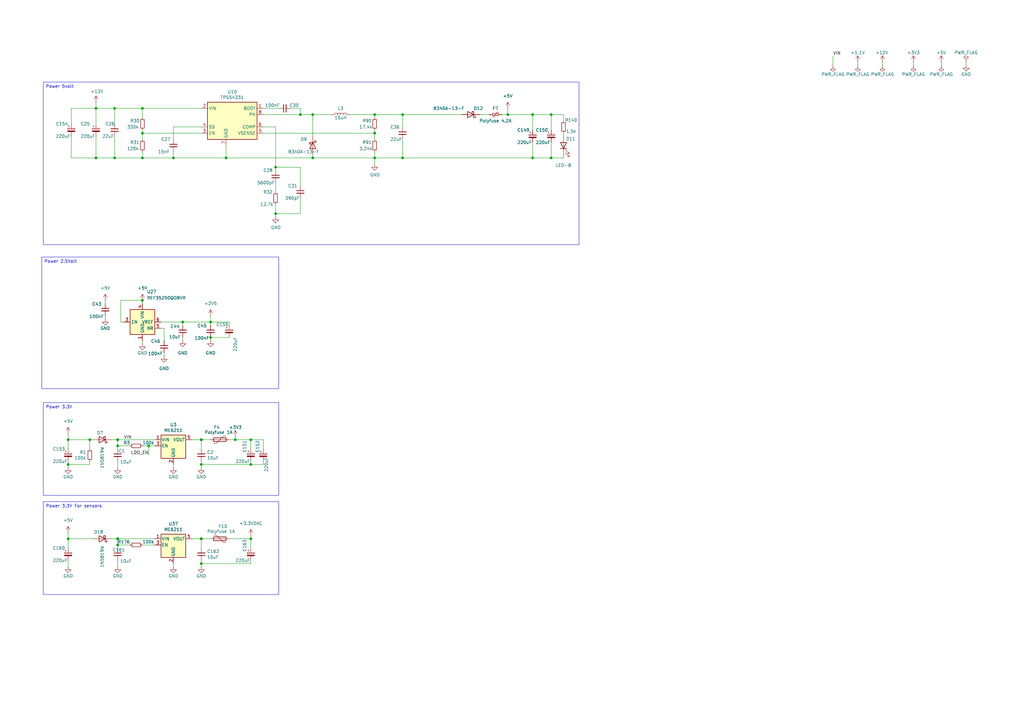
<source format=kicad_sch>
(kicad_sch (version 20250114) (generator "eeschema") (generator_version "9.0")
  (paper "A3")
  (title_block (title "westfly_ems") (date "2025-03-12") (rev "0.01") (company "Westfly"))
  (lib_symbols
    (symbol "Device:C_Polarized_Small" (pin_numbers (hide yes)) (pin_names (offset 0.254) (hide yes))
      (property "Reference" "C" (at 0.254 1.778 0))
      (property "Value" "C_Polarized_Small" (at 0.254 -2.032 0))
      (symbol "C_Polarized_Small_0_1"
        (rectangle (start -1.524 0.6858) (end 1.524 0.3048))
        (rectangle (start -1.524 -0.3048) (end 1.524 -0.6858) (fill (type outline)))
        (polyline (pts (xy -1.27 1.524) (xy -0.762 1.524)))
        (polyline (pts (xy -1.016 1.27) (xy -1.016 1.778)))
      )
      (symbol "C_Polarized_Small_1_1"
        (pin passive line (at 0 2.54 270) (length 1.8542) (name "~") (number "1"))
        (pin passive line (at 0 -2.54 90) (length 1.8542) (name "~") (number "2"))
      )
    )
    (symbol "Device:C_Small" (pin_numbers (hide yes)) (pin_names (offset 0.254) (hide yes))
      (property "Reference" "C" (at 0.254 1.778 0))
      (property "Value" "C_Small" (at 0.254 -2.032 0))
      (symbol "C_Small_0_1"
        (polyline (pts (xy -1.524 0.508) (xy 1.524 0.508)) (stroke (width 0.3048)))
        (polyline (pts (xy -1.524 -0.508) (xy 1.524 -0.508)) (stroke (width 0.3302)))
      )
      (symbol "C_Small_1_1"
        (pin passive line (at 0 2.54 270) (length 2.032) (name "~") (number "1"))
        (pin passive line (at 0 -2.54 90) (length 2.032) (name "~") (number "2"))
      )
    )
    (symbol "Device:D_Schottky" (pin_numbers (hide yes)) (pin_names (offset 1.016) (hide yes))
      (property "Reference" "D" (at 0 2.54 0))
      (property "Value" "D_Schottky" (at 0 -2.54 0))
      (symbol "D_Schottky_0_1"
        (polyline (pts (xy -1.905 0.635) (xy -1.905 1.27) (xy -1.27 1.27) (xy -1.27 -1.27) (xy -0.635 -1.27) (xy -0.635 -0.635)) (stroke (width 0.254)))
        (polyline (pts (xy 1.27 1.27) (xy 1.27 -1.27) (xy -1.27 0) (xy 1.27 1.27)) (stroke (width 0.254)))
        (polyline (pts (xy 1.27 0) (xy -1.27 0)))
      )
      (symbol "D_Schottky_1_1"
        (pin passive line (at -3.81 0 0) (length 2.54) (name "K") (number "1"))
        (pin passive line (at 3.81 0 180) (length 2.54) (name "A") (number "2"))
      )
    )
    (symbol "Device:L" (pin_numbers (hide yes)) (pin_names (offset 1.016) (hide yes))
      (property "Reference" "L" (at -1.27 0 90))
      (property "Value" "L" (at 1.905 0 90))
      (symbol "L_0_1"
        (arc (start 0 2.54) (mid 0.6323 1.905) (end 0 1.27))
        (arc (start 0 1.27) (mid 0.6323 0.635) (end 0 0))
        (arc (start 0 0) (mid 0.6323 -0.635) (end 0 -1.27))
        (arc (start 0 -1.27) (mid 0.6323 -1.905) (end 0 -2.54))
      )
      (symbol "L_1_1"
        (pin passive line (at 0 3.81 270) (length 1.27) (name "1") (number "1"))
        (pin passive line (at 0 -3.81 90) (length 1.27) (name "2") (number "2"))
      )
    )
    (symbol "Device:LED" (pin_numbers (hide yes)) (pin_names (offset 1.016) (hide yes))
      (property "Reference" "D" (at 0 2.54 0))
      (property "Value" "LED" (at 0 -2.54 0))
      (symbol "LED_0_1"
        (polyline (pts (xy -3.048 -0.762) (xy -4.572 -2.286) (xy -3.81 -2.286) (xy -4.572 -2.286) (xy -4.572 -1.524)))
        (polyline (pts (xy -1.778 -0.762) (xy -3.302 -2.286) (xy -2.54 -2.286) (xy -3.302 -2.286) (xy -3.302 -1.524)))
        (polyline (pts (xy -1.27 0) (xy 1.27 0)))
        (polyline (pts (xy -1.27 -1.27) (xy -1.27 1.27)) (stroke (width 0.254)))
        (polyline (pts (xy 1.27 -1.27) (xy 1.27 1.27) (xy -1.27 0) (xy 1.27 -1.27)) (stroke (width 0.254)))
      )
      (symbol "LED_1_1"
        (pin passive line (at -3.81 0 0) (length 2.54) (name "K") (number "1"))
        (pin passive line (at 3.81 0 180) (length 2.54) (name "A") (number "2"))
      )
    )
    (symbol "Device:Polyfuse" (pin_numbers (hide yes)) (pin_names (offset 0))
      (property "Reference" "F" (at -2.54 0 90))
      (property "Value" "Polyfuse" (at 2.54 0 90))
      (symbol "Polyfuse_0_1"
        (polyline (pts (xy -1.524 2.54) (xy -1.524 1.524) (xy 1.524 -1.524) (xy 1.524 -2.54)))
        (rectangle (start -0.762 2.54) (end 0.762 -2.54) (stroke (width 0.254)))
        (polyline (pts (xy 0 2.54) (xy 0 -2.54)))
      )
      (symbol "Polyfuse_1_1"
        (pin passive line (at 0 3.81 270) (length 1.27) (name "~") (number "1"))
        (pin passive line (at 0 -3.81 90) (length 1.27) (name "~") (number "2"))
      )
    )
    (symbol "Device:Polyfuse_Small" (pin_numbers (hide yes)) (pin_names (offset 0))
      (property "Reference" "F" (at -1.905 0 90))
      (property "Value" "Polyfuse_Small" (at 1.905 0 90))
      (symbol "Polyfuse_Small_0_1"
        (polyline (pts (xy -1.016 1.27) (xy -1.016 0.762) (xy 1.016 -0.762) (xy 1.016 -1.27)))
        (rectangle (start -0.508 1.27) (end 0.508 -1.27))
        (polyline (pts (xy 0 2.54) (xy 0 -2.54)))
      )
      (symbol "Polyfuse_Small_1_1"
        (pin passive line (at 0 2.54 270) (length 0.635) (name "~") (number "1"))
        (pin passive line (at 0 -2.54 90) (length 0.635) (name "~") (number "2"))
      )
    )
    (symbol "Device:R_Small" (pin_numbers (hide yes)) (pin_names (offset 0.254) (hide yes))
      (property "Reference" "R" (at 0.762 0.508 0))
      (property "Value" "R_Small" (at 0.762 -1.016 0))
      (symbol "R_Small_0_1"
        (rectangle (start -0.762 1.778) (end 0.762 -1.778) (stroke (width 0.2032)))
      )
      (symbol "R_Small_1_1"
        (pin passive line (at 0 2.54 270) (length 0.762) (name "~") (number "1"))
        (pin passive line (at 0 -2.54 90) (length 0.762) (name "~") (number "2"))
      )
    )
    (symbol "Greaseweazle:CP_Small-Device" (pin_numbers (hide yes)) (pin_names (offset 0.254) (hide yes))
      (property "Reference" "C" (at 0.254 1.778 0))
      (property "Value" "CP_Small-Device" (at 0.254 -2.032 0))
      (symbol "CP_Small-Device_0_1"
        (rectangle (start -1.524 0.6858) (end 1.524 0.3048))
        (rectangle (start -1.524 -0.3048) (end 1.524 -0.6858) (fill (type outline)))
        (polyline (pts (xy -1.27 1.524) (xy -0.762 1.524)))
        (polyline (pts (xy -1.016 1.27) (xy -1.016 1.778)))
      )
      (symbol "CP_Small-Device_1_1"
        (pin passive line (at 0 2.54 270) (length 1.8542) (name "~") (number "1"))
        (pin passive line (at 0 -2.54 90) (length 1.8542) (name "~") (number "2"))
      )
    )
    (symbol "Greaseweazle:TPS54331"
      (property "Reference" "U" (at -10.16 8.89 0))
      (property "Value" "TPS54331" (at -1.27 8.89 0))
      (symbol "TPS54331_0_1"
        (rectangle (start -10.16 7.62) (end 10.16 -7.62) (stroke (width 0.254)) (fill (type background)))
      )
      (symbol "TPS54331_1_1"
        (pin power_in line (at -12.7 5.08 0) (length 2.54) (name "VIN") (number "2"))
        (pin input line (at -12.7 -2.54 0) (length 2.54) (name "SS") (number "4"))
        (pin input line (at -12.7 -5.08 0) (length 2.54) (name "EN") (number "3"))
        (pin power_in line (at -2.54 -10.16 90) (length 2.54) (name "GND") (number "7"))
        (pin input line (at 12.7 5.08 180) (length 2.54) (name "BOOT") (number "1"))
        (pin output line (at 12.7 2.54 180) (length 2.54) (name "PH") (number "8"))
        (pin bidirectional line (at 12.7 -2.54 180) (length 2.54) (name "COMP") (number "6"))
        (pin input line (at 12.7 -5.08 180) (length 2.54) (name "VSENSE") (number "5"))
      )
    )
    (symbol "Reference_Voltage:REF35250QDBVR"
      (property "Reference" "U" (at 3.81 6.35 0))
      (property "Value" "REF35250QDBVR" (at 8.636 -6.35 0))
      (symbol "REF35250QDBVR_1_1"
        (rectangle (start -5.08 5.08) (end 5.08 -5.08) (stroke (width 0.254)) (fill (type background)))
        (pin input line (at -7.62 0 0) (length 2.54) (name "EN") (number "3"))
        (pin power_in line (at 0 7.62 270) (length 2.54) (name "VIN") (number "4"))
        (pin power_in line (at 0 -7.62 90) (length 2.54) (name "GND") (number "1"))
        (pin passive line (at 0 -7.62 90) (length 2.54) (hide yes) (name "GND") (number "2"))
        (pin power_out line (at 7.62 0 180) (length 2.54) (name "VREF") (number "6"))
        (pin output line (at 7.62 -2.54 180) (length 2.54) (name "NR") (number "5"))
      )
    )
    (symbol "Regulator_Linear:AP2112K-3.3" (pin_names (offset 0.254))
      (property "Reference" "U" (at -5.08 5.715 0))
      (property "Value" "AP2112K-3.3" (at 0 5.715 0))
      (symbol "AP2112K-3.3_0_1"
        (rectangle (start -5.08 4.445) (end 5.08 -5.08) (stroke (width 0.254)) (fill (type background)))
      )
      (symbol "AP2112K-3.3_1_1"
        (pin power_in line (at -7.62 2.54 0) (length 2.54) (name "VIN") (number "1"))
        (pin input line (at -7.62 0 0) (length 2.54) (name "EN") (number "3"))
        (pin power_in line (at 0 -7.62 90) (length 2.54) (name "GND") (number "2"))
        (pin no_connect line (at 5.08 0 180) (length 2.54) (hide yes) (name "NC") (number "4"))
        (pin power_out line (at 7.62 2.54 180) (length 2.54) (name "VOUT") (number "5"))
      )
    )
    (symbol "power:+12V" (power) (pin_numbers (hide yes)) (pin_names (offset 0) (hide yes))
      (property "Value" "+12V" (at 0 3.556 0))
      (symbol "+12V_0_1"
        (polyline (pts (xy -0.762 1.27) (xy 0 2.54)))
        (polyline (pts (xy 0 2.54) (xy 0.762 1.27)))
        (polyline (pts (xy 0 0) (xy 0 2.54)))
      )
      (symbol "+12V_1_1"
        (pin power_in line (at 0 0 90) (length 0) (name "~") (number "1"))
      )
    )
    (symbol "power:+1V1" (power) (pin_numbers (hide yes)) (pin_names (offset 0) (hide yes))
      (property "Value" "+1V1" (at 0 3.556 0))
      (symbol "+1V1_0_1"
        (polyline (pts (xy -0.762 1.27) (xy 0 2.54)))
        (polyline (pts (xy 0 2.54) (xy 0.762 1.27)))
        (polyline (pts (xy 0 0) (xy 0 2.54)))
      )
      (symbol "+1V1_1_1"
        (pin power_in line (at 0 0 90) (length 0) (name "~") (number "1"))
      )
    )
    (symbol "power:+2V5" (power) (pin_numbers (hide yes)) (pin_names (offset 0) (hide yes))
      (property "Value" "+2V5" (at 0 3.556 0))
      (symbol "+2V5_0_1"
        (polyline (pts (xy -0.762 1.27) (xy 0 2.54)))
        (polyline (pts (xy 0 2.54) (xy 0.762 1.27)))
        (polyline (pts (xy 0 0) (xy 0 2.54)))
      )
      (symbol "+2V5_1_1"
        (pin power_in line (at 0 0 90) (length 0) (name "~") (number "1"))
      )
    )
    (symbol "power:+3.3V" (power) (pin_numbers (hide yes)) (pin_names (offset 0) (hide yes))
      (property "Value" "+3.3V" (at 0 3.556 0))
      (symbol "+3.3V_0_1"
        (polyline (pts (xy -0.762 1.27) (xy 0 2.54)))
        (polyline (pts (xy 0 2.54) (xy 0.762 1.27)))
        (polyline (pts (xy 0 0) (xy 0 2.54)))
      )
      (symbol "+3.3V_1_1"
        (pin power_in line (at 0 0 90) (length 0) (name "~") (number "1"))
      )
    )
    (symbol "power:+3.3VDAC" (power) (pin_numbers (hide yes)) (pin_names (offset 0) (hide yes))
      (property "Value" "+3.3VDAC" (at 0 3.556 0))
      (symbol "+3.3VDAC_0_0"
        (pin power_in line (at 0 0 90) (length 0) (name "~") (number "1"))
      )
      (symbol "+3.3VDAC_0_1"
        (polyline (pts (xy -0.762 1.27) (xy 0 2.54)))
        (polyline (pts (xy 0 2.54) (xy 0.762 1.27)))
        (polyline (pts (xy 0 0) (xy 0 2.54)))
      )
    )
    (symbol "power:+3V3" (power) (pin_numbers (hide yes)) (pin_names (offset 0) (hide yes))
      (property "Value" "+3V3" (at 0 3.556 0))
      (symbol "+3V3_0_1"
        (polyline (pts (xy -0.762 1.27) (xy 0 2.54)))
        (polyline (pts (xy 0 2.54) (xy 0.762 1.27)))
        (polyline (pts (xy 0 0) (xy 0 2.54)))
      )
      (symbol "+3V3_1_1"
        (pin power_in line (at 0 0 90) (length 0) (name "~") (number "1"))
      )
    )
    (symbol "power:+5V" (power) (pin_numbers (hide yes)) (pin_names (offset 0) (hide yes))
      (property "Value" "+5V" (at 0 3.556 0))
      (symbol "+5V_0_1"
        (polyline (pts (xy -0.762 1.27) (xy 0 2.54)))
        (polyline (pts (xy 0 2.54) (xy 0.762 1.27)))
        (polyline (pts (xy 0 0) (xy 0 2.54)))
      )
      (symbol "+5V_1_1"
        (pin power_in line (at 0 0 90) (length 0) (name "~") (number "1"))
      )
    )
    (symbol "power:GND" (power) (pin_numbers (hide yes)) (pin_names (offset 0) (hide yes))
      (property "Value" "GND" (at 0 -3.81 0))
      (symbol "GND_0_1"
        (polyline (pts (xy 0 0) (xy 0 -1.27) (xy 1.27 -1.27) (xy 0 -2.54) (xy -1.27 -1.27) (xy 0 -1.27)))
      )
      (symbol "GND_1_1"
        (pin power_in line (at 0 0 270) (length 0) (name "~") (number "1"))
      )
    )
    (symbol "power:PWR_FLAG" (power) (pin_numbers (hide yes)) (pin_names (offset 0) (hide yes))
      (property "Value" "PWR_FLAG" (at 0 3.81 0))
      (symbol "PWR_FLAG_0_0"
        (pin power_out line (at 0 0 90) (length 0) (name "~") (number "1"))
      )
      (symbol "PWR_FLAG_0_1"
        (polyline (pts (xy 0 0) (xy 0 1.27) (xy -1.016 1.905) (xy 0 2.54) (xy 1.016 1.905) (xy 0 1.27)))
      )
    )
  )
  (text_box "Power 3.3V For sensors\n" (at 17.78 205.74 0) (size 96.52 38.1) (margins 0.9525 0.9525 0.9525 0.9525) (effects (font (size 1.27 1.27)) (justify left top)))
  (text_box "Power 3.3V\n" (at 17.78 165.1 0) (size 96.52 38.1) (margins 0.9525 0.9525 0.9525 0.9525) (effects (font (size 1.27 1.27)) (justify left top)))
  (text_box "Power 2.5Volt" (at 17.145 105.41 0) (size 97.155 53.975) (margins 0.9525 0.9525 0.9525 0.9525) (effects (font (size 1.27 1.27)) (justify left top)))
  (text_box "Power 5volt" (at 17.78 33.655 0) (size 219.71 66.675) (margins 0.9525 0.9525 0.9525 0.9525) (effects (font (size 1.27 1.27)) (justify left top)))
  (junction (at 46.99 44.45))
  (junction (at 39.37 64.77))
  (junction (at 58.42 64.77))
  (junction (at 123.19 46.99))
  (junction (at 153.67 54.61))
  (junction (at 92.71 64.77))
  (junction (at 48.26 182.88))
  (junction (at 208.28 46.99))
  (junction (at 48.26 220.98) (diameter 1.016))
  (junction (at 27.94 190.5))
  (junction (at 165.1 64.77))
  (junction (at 102.87 180.34))
  (junction (at 96.52 180.34))
  (junction (at 218.44 64.77))
  (junction (at 218.44 46.99))
  (junction (at 58.42 54.61))
  (junction (at 27.94 180.34))
  (junction (at 48.26 180.34) (diameter 1.016))
  (junction (at 113.03 87.63))
  (junction (at 46.99 64.77))
  (junction (at 58.42 123.19))
  (junction (at 153.67 64.77))
  (junction (at 82.55 190.5))
  (junction (at 153.67 46.99))
  (junction (at 86.36 138.43))
  (junction (at 82.55 231.14))
  (junction (at 60.96 182.88))
  (junction (at 128.27 64.77))
  (junction (at 165.1 46.99))
  (junction (at 113.03 68.58))
  (junction (at 74.93 132.08))
  (junction (at 226.06 46.99))
  (junction (at 128.27 46.99))
  (junction (at 82.55 220.98) (diameter 1.016))
  (junction (at 82.55 180.34) (diameter 1.016))
  (junction (at 39.37 44.45))
  (junction (at 48.26 223.52))
  (junction (at 71.12 64.77))
  (junction (at 102.87 190.5))
  (junction (at 86.36 132.08))
  (junction (at 27.94 220.98))
  (junction (at 36.83 180.34))
  (junction (at 226.06 64.77))
  (junction (at 58.42 44.45))
  (junction (at 102.87 220.98))
  (wire (pts (xy 58.42 44.45) (xy 82.55 44.45)))
  (wire (pts (xy 113.03 68.58) (xy 113.03 69.85)))
  (wire (pts (xy 153.67 46.99) (xy 165.1 46.99)))
  (wire (pts (xy 128.27 46.99) (xy 135.89 46.99)))
  (wire (pts (xy 46.99 64.77) (xy 46.99 55.88)))
  (wire (pts (xy 96.52 179.07) (xy 96.52 180.34)))
  (wire (pts (xy 107.95 54.61) (xy 153.67 54.61)))
  (wire (pts (xy 48.26 224.79) (xy 48.26 223.52)))
  (wire (pts (xy 113.03 68.58) (xy 123.19 68.58)))
  (wire (pts (xy 39.37 44.45) (xy 39.37 50.8)))
  (wire (pts (xy 39.37 44.45) (xy 46.99 44.45)))
  (wire (pts (xy 58.42 54.61) (xy 58.42 57.15)))
  (wire (pts (xy 93.98 220.98) (xy 102.87 220.98)))
  (wire (pts (xy 27.94 220.98) (xy 27.94 224.79)))
  (wire (pts (xy 93.98 180.34) (xy 96.52 180.34)))
  (wire (pts (xy 113.03 87.63) (xy 123.19 87.63)))
  (wire (pts (xy 386.08 25.4) (xy 386.08 26.67)))
  (wire (pts (xy 119.38 44.45) (xy 123.19 44.45)))
  (wire (pts (xy 128.27 46.99) (xy 128.27 55.88)))
  (wire (pts (xy 49.53 132.08) (xy 49.53 123.19)))
  (wire (pts (xy 96.52 180.34) (xy 102.87 180.34)))
  (wire (pts (xy 74.93 132.08) (xy 86.36 132.08)))
  (wire (pts (xy 82.55 231.14) (xy 82.55 232.41)))
  (wire (pts (xy 341.63 22.86) (xy 341.63 26.67)))
  (wire (pts (xy 58.42 64.77) (xy 46.99 64.77)))
  (wire (pts (xy 58.42 139.7) (xy 58.42 140.97)))
  (wire (pts (xy 396.24 25.4) (xy 396.24 26.67)))
  (wire (pts (xy 113.03 52.07) (xy 113.03 68.58)))
  (wire (pts (xy 60.96 182.88) (xy 60.96 186.69)))
  (wire (pts (xy 86.36 138.43) (xy 86.36 139.7)))
  (wire (pts (xy 92.71 64.77) (xy 71.12 64.77)))
  (wire (pts (xy 48.26 220.98) (xy 63.5 220.98)))
  (wire (pts (xy 27.94 220.98) (xy 38.1 220.98)))
  (wire (pts (xy 48.26 189.23) (xy 48.26 191.77)))
  (wire (pts (xy 107.95 180.34) (xy 107.95 184.15)))
  (wire (pts (xy 218.44 64.77) (xy 226.06 64.77)))
  (wire (pts (xy 36.83 189.23) (xy 36.83 190.5)))
  (wire (pts (xy 39.37 64.77) (xy 46.99 64.77)))
  (wire (pts (xy 102.87 180.34) (xy 107.95 180.34)))
  (wire (pts (xy 143.51 46.99) (xy 153.67 46.99)))
  (wire (pts (xy 82.55 190.5) (xy 102.87 190.5)))
  (wire (pts (xy 27.94 218.44) (xy 27.94 220.98)))
  (wire (pts (xy 102.87 220.98) (xy 102.87 224.79)))
  (wire (pts (xy 58.42 64.77) (xy 58.42 62.23)))
  (wire (pts (xy 107.95 46.99) (xy 123.19 46.99)))
  (wire (pts (xy 58.42 123.19) (xy 58.42 124.46)))
  (wire (pts (xy 66.04 134.62) (xy 67.31 134.62)))
  (wire (pts (xy 36.83 180.34) (xy 38.1 180.34)))
  (wire (pts (xy 86.36 132.08) (xy 93.98 132.08)))
  (wire (pts (xy 27.94 180.34) (xy 27.94 184.15)))
  (wire (pts (xy 153.67 64.77) (xy 153.67 67.31)))
  (wire (pts (xy 29.21 44.45) (xy 29.21 50.8)))
  (wire (pts (xy 67.31 134.62) (xy 67.31 139.7)))
  (wire (pts (xy 86.36 132.08) (xy 86.36 133.35)))
  (wire (pts (xy 123.19 46.99) (xy 128.27 46.99)))
  (wire (pts (xy 36.83 180.34) (xy 36.83 184.15)))
  (wire (pts (xy 102.87 180.34) (xy 102.87 184.15)))
  (wire (pts (xy 218.44 58.42) (xy 218.44 64.77)))
  (wire (pts (xy 208.28 46.99) (xy 218.44 46.99)))
  (wire (pts (xy 113.03 74.93) (xy 113.03 78.74)))
  (wire (pts (xy 29.21 64.77) (xy 39.37 64.77)))
  (wire (pts (xy 102.87 219.71) (xy 102.87 220.98)))
  (wire (pts (xy 226.06 46.99) (xy 226.06 53.34)))
  (wire (pts (xy 218.44 46.99) (xy 218.44 53.34)))
  (wire (pts (xy 102.87 189.23) (xy 102.87 190.5)))
  (wire (pts (xy 82.55 180.34) (xy 86.36 180.34)))
  (wire (pts (xy 74.93 138.43) (xy 74.93 139.7)))
  (wire (pts (xy 71.12 231.14) (xy 71.12 232.41)))
  (wire (pts (xy 102.87 190.5) (xy 107.95 190.5)))
  (wire (pts (xy 374.65 25.4) (xy 374.65 26.67)))
  (wire (pts (xy 60.96 182.88) (xy 63.5 182.88)))
  (wire (pts (xy 165.1 46.99) (xy 189.23 46.99)))
  (wire (pts (xy 50.8 132.08) (xy 49.53 132.08)))
  (wire (pts (xy 58.42 223.52) (xy 63.5 223.52)))
  (wire (pts (xy 78.74 180.34) (xy 82.55 180.34)))
  (wire (pts (xy 48.26 184.15) (xy 48.26 182.88)))
  (wire (pts (xy 218.44 46.99) (xy 226.06 46.99)))
  (wire (pts (xy 86.36 138.43) (xy 93.98 138.43)))
  (wire (pts (xy 27.94 180.34) (xy 36.83 180.34)))
  (wire (pts (xy 123.19 87.63) (xy 123.19 81.28)))
  (wire (pts (xy 226.06 64.77) (xy 226.06 58.42)))
  (wire (pts (xy 153.67 64.77) (xy 165.1 64.77)))
  (wire (pts (xy 205.74 46.99) (xy 208.28 46.99)))
  (wire (pts (xy 226.06 46.99) (xy 231.14 46.99)))
  (wire (pts (xy 128.27 63.5) (xy 128.27 64.77)))
  (wire (pts (xy 82.55 190.5) (xy 82.55 191.77)))
  (wire (pts (xy 71.12 64.77) (xy 58.42 64.77)))
  (wire (pts (xy 82.55 229.87) (xy 82.55 231.14)))
  (wire (pts (xy 102.87 229.87) (xy 102.87 231.14)))
  (wire (pts (xy 27.94 189.23) (xy 27.94 190.5)))
  (wire (pts (xy 231.14 64.77) (xy 231.14 63.5)))
  (wire (pts (xy 39.37 41.91) (xy 39.37 44.45)))
  (wire (pts (xy 71.12 62.23) (xy 71.12 64.77)))
  (wire (pts (xy 27.94 190.5) (xy 36.83 190.5)))
  (wire (pts (xy 58.42 54.61) (xy 82.55 54.61)))
  (wire (pts (xy 226.06 64.77) (xy 231.14 64.77)))
  (wire (pts (xy 27.94 177.8) (xy 27.94 180.34)))
  (wire (pts (xy 128.27 64.77) (xy 153.67 64.77)))
  (wire (pts (xy 48.26 180.34) (xy 63.5 180.34)))
  (wire (pts (xy 46.99 50.8) (xy 46.99 44.45)))
  (wire (pts (xy 48.26 223.52) (xy 53.34 223.52)))
  (wire (pts (xy 43.18 123.19) (xy 43.18 124.46)))
  (wire (pts (xy 165.1 46.99) (xy 165.1 52.07)))
  (wire (pts (xy 29.21 55.88) (xy 29.21 64.77)))
  (wire (pts (xy 71.12 52.07) (xy 82.55 52.07)))
  (wire (pts (xy 153.67 46.99) (xy 153.67 48.26)))
  (wire (pts (xy 58.42 182.88) (xy 60.96 182.88)))
  (wire (pts (xy 78.74 220.98) (xy 82.55 220.98)))
  (wire (pts (xy 48.26 180.34) (xy 48.26 182.88)))
  (wire (pts (xy 92.71 59.69) (xy 92.71 64.77)))
  (wire (pts (xy 58.42 54.61) (xy 58.42 53.34)))
  (wire (pts (xy 82.55 180.34) (xy 82.55 184.15)))
  (wire (pts (xy 29.21 44.45) (xy 39.37 44.45)))
  (wire (pts (xy 107.95 52.07) (xy 113.03 52.07)))
  (wire (pts (xy 92.71 64.77) (xy 128.27 64.77)))
  (wire (pts (xy 66.04 132.08) (xy 74.93 132.08)))
  (wire (pts (xy 48.26 229.87) (xy 48.26 232.41)))
  (wire (pts (xy 196.85 46.99) (xy 200.66 46.99)))
  (wire (pts (xy 93.98 132.08) (xy 93.98 133.35)))
  (wire (pts (xy 48.26 220.98) (xy 48.26 223.52)))
  (wire (pts (xy 74.93 132.08) (xy 74.93 133.35)))
  (wire (pts (xy 351.79 25.4) (xy 351.79 26.67)))
  (wire (pts (xy 49.53 123.19) (xy 58.42 123.19)))
  (wire (pts (xy 123.19 68.58) (xy 123.19 76.2)))
  (wire (pts (xy 82.55 220.98) (xy 86.36 220.98)))
  (wire (pts (xy 153.67 54.61) (xy 153.67 53.34)))
  (wire (pts (xy 48.26 220.98) (xy 45.72 220.98)))
  (wire (pts (xy 82.55 231.14) (xy 102.87 231.14)))
  (wire (pts (xy 113.03 87.63) (xy 113.03 88.9)))
  (wire (pts (xy 82.55 189.23) (xy 82.55 190.5)))
  (wire (pts (xy 107.95 44.45) (xy 114.3 44.45)))
  (wire (pts (xy 71.12 57.15) (xy 71.12 52.07)))
  (wire (pts (xy 165.1 64.77) (xy 165.1 57.15)))
  (wire (pts (xy 153.67 54.61) (xy 153.67 57.15)))
  (wire (pts (xy 43.18 129.54) (xy 43.18 130.81)))
  (wire (pts (xy 231.14 54.61) (xy 231.14 55.88)))
  (wire (pts (xy 39.37 55.88) (xy 39.37 64.77)))
  (wire (pts (xy 113.03 83.82) (xy 113.03 87.63)))
  (wire (pts (xy 107.95 190.5) (xy 107.95 189.23)))
  (wire (pts (xy 86.36 129.54) (xy 86.36 132.08)))
  (wire (pts (xy 231.14 46.99) (xy 231.14 49.53)))
  (wire (pts (xy 361.95 25.4) (xy 361.95 26.67)))
  (wire (pts (xy 48.26 182.88) (xy 53.34 182.88)))
  (wire (pts (xy 46.99 44.45) (xy 58.42 44.45)))
  (wire (pts (xy 153.67 64.77) (xy 153.67 62.23)))
  (wire (pts (xy 165.1 64.77) (xy 218.44 64.77)))
  (wire (pts (xy 123.19 44.45) (xy 123.19 46.99)))
  (wire (pts (xy 27.94 190.5) (xy 27.94 191.77)))
  (wire (pts (xy 48.26 180.34) (xy 45.72 180.34)))
  (wire (pts (xy 71.12 190.5) (xy 71.12 191.77)))
  (wire (pts (xy 82.55 220.98) (xy 82.55 224.79)))
  (wire (pts (xy 27.94 229.87) (xy 27.94 232.41)))
  (wire (pts (xy 208.28 46.99) (xy 208.28 44.45)))
  (wire (pts (xy 67.31 144.78) (xy 67.31 146.05)))
  (wire (pts (xy 58.42 44.45) (xy 58.42 48.26)))
  (label "LDO_EN" (at 60.96 186.69 180))
  (label "VIN" (at 341.63 22.86 0))
  (label "VIN" (at 50.8 180.34 0))
  (symbol (lib_id "Greaseweazle:CP_Small-Device") (at 226.06 55.88 0) (unit 1)
    (property "Reference" "C150" (at 219.71 53.34 0) (effects (justify left)))
    (property "Value" "220uF" (at 219.71 58.42 0) (effects (justify left)))
    (property "Footprint" "Capacitor_SMD:CP_Elec_8x10.5" (effects (hide yes)))
    (property "Description" "Polarized capacitor, small symbol" (effects (hide yes)))
    (property "LCSC" " C3340" (effects (hide yes)))
  )
  (symbol (lib_id "Device:C_Small") (at 82.55 186.69 180) (unit 1)
    (property "Reference" "C2" (at 84.8868 185.5216 0) (effects (justify right)))
    (property "Value" "10uF" (at 84.8868 187.833 0) (effects (justify right)))
    (property "Footprint" "Capacitor_SMD:C_0603_1608Metric" (effects (hide yes)))
    (property "Description" "Unpolarized capacitor, small symbol" (effects (hide yes)))
    (property "LCSC" "C96446" (effects (hide yes)))
  )
  (symbol (lib_id "Device:C_Small") (at 86.36 135.89 0) (unit 1)
    (property "Reference" "C45" (at 84.836 133.604 0) (effects (justify right)))
    (property "Value" "100nF" (at 79.756 138.684 0) (effects (justify left)))
    (property "Footprint" "Capacitor_SMD:C_0402_1005Metric" (effects (hide yes)))
    (property "Description" "Unpolarized capacitor, small symbol" (effects (hide yes)))
    (property "LCSC" "C307331" (effects (hide yes)))
  )
  (symbol (lib_id "Greaseweazle:CP_Small-Device") (at 39.37 53.34 0) (unit 1)
    (property "Reference" "C25" (at 33.02 50.8 0) (effects (justify left)))
    (property "Value" "220uF" (at 33.02 55.88 0) (effects (justify left)))
    (property "Footprint" "Capacitor_SMD:CP_Elec_8x10.5" (effects (hide yes)))
    (property "Description" "Polarized capacitor, small symbol" (effects (hide yes)))
    (property "LCSC" " C3340" (effects (hide yes)))
  )
  (symbol (lib_id "Reference_Voltage:REF35250QDBVR") (at 58.42 132.08 0) (unit 1)
    (property "Reference" "U27" (at 60.198 119.634 0) (effects (justify left)))
    (property "Value" "REF35250QDBVR" (at 60.198 122.174 0) (effects (justify left)))
    (property "Footprint" "Package_TO_SOT_SMD:SOT-23-6" (effects (hide yes)))
    (property "Datasheet" "https://www.ti.com/lit/ds/symlink/ref35.pdf" (effects (hide yes)))
    (property "Description" "2.5V, Ultra Low-Power, High-Precision Voltage Reference, SOT-23-6" (effects (hide yes)))
    (property "LCSC" "C6265005" (effects (hide yes)))
  )
  (symbol (lib_id "power:+5V") (at 208.28 44.45 0) (unit 1)
    (property "Reference" "#PWR068" (effects (hide yes)))
    (property "Value" "+5V" (at 208.28 39.37 0))
    (property "Description" "Power symbol creates a global label with name \"+5V\"" (effects (hide yes)))
  )
  (symbol (lib_id "power:+5V") (at 27.94 177.8 0) (unit 1)
    (property "Reference" "#PWR0338" (effects (hide yes)))
    (property "Value" "+5V" (at 27.94 172.72 0))
    (property "Description" "Power symbol creates a global label with name \"+5V\"" (effects (hide yes)))
  )
  (symbol (lib_id "power:GND") (at 153.67 67.31 0) (unit 1)
    (property "Reference" "#PWR070" (effects (hide yes)))
    (property "Value" "GND" (at 153.797 71.7042 0))
    (property "Description" "Power symbol creates a global label with name \"GND\" , ground" (effects (hide yes)))
  )
  (symbol (lib_id "Greaseweazle:CP_Small-Device") (at 27.94 227.33 0) (unit 1)
    (property "Reference" "C160" (at 21.59 224.79 0) (effects (justify left)))
    (property "Value" "220uF" (at 21.59 229.87 0) (effects (justify left)))
    (property "Footprint" "Capacitor_SMD:CP_Elec_8x10.5" (effects (hide yes)))
    (property "Description" "Polarized capacitor, small symbol" (effects (hide yes)))
    (property "LCSC" " C3340" (effects (hide yes)))
  )
  (symbol (lib_id "Device:C_Small") (at 48.26 227.33 0) (unit 1)
    (property "Reference" "C161" (at 51.308 225.552 0) (effects (justify right)))
    (property "Value" "10uF" (at 54.102 230.124 0) (effects (justify right)))
    (property "Footprint" "Capacitor_SMD:C_0603_1608Metric" (effects (hide yes)))
    (property "Description" "Unpolarized capacitor, small symbol" (effects (hide yes)))
    (property "LCSC" "C96446" (effects (hide yes)))
  )
  (symbol (lib_id "power:PWR_FLAG") (at 341.63 26.67 180) (unit 1)
    (property "Reference" "#FLG03" (effects (hide yes)))
    (property "Value" "PWR_FLAG" (at 341.63 30.48 0))
    (property "Description" "Special symbol for telling ERC where power comes from" (effects (hide yes)))
  )
  (symbol (lib_id "power:GND") (at 74.93 139.7 0) (unit 1)
    (property "Reference" "#PWR0118" (effects (hide yes)))
    (property "Value" "GND" (at 74.93 144.78 0))
    (property "Description" "Power symbol creates a global label with name \"GND\" , ground" (effects (hide yes)))
  )
  (symbol (lib_id "Greaseweazle:CP_Small-Device") (at 102.87 186.69 0) (unit 1)
    (property "Reference" "C151" (at 100.33 185.674 90) (effects (justify left)))
    (property "Value" "220uF" (at 96.52 189.23 0) (effects (justify left)))
    (property "Footprint" "Capacitor_SMD:CP_Elec_8x10.5" (effects (hide yes)))
    (property "Description" "Polarized capacitor, small symbol" (effects (hide yes)))
    (property "LCSC" " C3340" (effects (hide yes)))
  )
  (symbol (lib_id "power:GND") (at 48.26 232.41 0) (unit 1)
    (property "Reference" "#PWR0346" (effects (hide yes)))
    (property "Value" "GND" (at 48.26 236.22 0))
    (property "Description" "Power symbol creates a global label with name \"GND\" , ground" (effects (hide yes)))
  )
  (symbol (lib_id "Greaseweazle:TPS54331") (at 95.25 49.53 0) (unit 1)
    (property "Reference" "U10" (at 95.25 37.6682 0))
    (property "Value" "TPS54331" (at 95.25 39.9796 0))
    (property "Footprint" "Package_SO:SOIC-8_3.9x4.9mm_P1.27mm" (effects (hide yes)))
    (property "Datasheet" "https://www.ti.com/lit/ds/symlink/tps54331.pdf" (effects (hide yes)))
    (property "Description" "3A, Step Down Swift Converter, , PowerSOIC-8" (effects (hide yes)))
    (property "LCSC" "C9865" (effects (hide yes)))
  )
  (symbol (lib_id "power:+1V1") (at 351.79 25.4 0) (unit 1)
    (property "Reference" "#PWR0305" (effects (hide yes)))
    (property "Value" "+1.1V" (at 351.79 21.59 0))
    (property "Description" "Power symbol creates a global label with name \"+1V1\"" (effects (hide yes)))
  )
  (symbol (lib_id "power:GND") (at 113.03 88.9 0) (unit 1)
    (property "Reference" "#PWR069" (effects (hide yes)))
    (property "Value" "GND" (at 113.157 93.2942 0))
    (property "Description" "Power symbol creates a global label with name \"GND\" , ground" (effects (hide yes)))
  )
  (symbol (lib_id "Device:C_Small") (at 165.1 54.61 0) (unit 1)
    (property "Reference" "C36" (at 160.02 52.07 0) (effects (justify left)))
    (property "Value" "22uF" (at 160.02 57.15 0) (effects (justify left)))
    (property "Footprint" "Capacitor_SMD:C_1206_3216Metric" (effects (hide yes)))
    (property "Description" "Unpolarized capacitor, small symbol" (effects (hide yes)))
    (property "LCSC" "C342620" (effects (hide yes)))
  )
  (symbol (lib_id "power:+12V") (at 39.37 41.91 0) (unit 1)
    (property "Reference" "#PWR067" (effects (hide yes)))
    (property "Value" "+12V" (at 39.751 37.5158 0))
    (property "Description" "Power symbol creates a global label with name \"+12V\"" (effects (hide yes)))
  )
  (symbol (lib_id "power:+2V5") (at 86.36 129.54 0) (unit 1)
    (property "Reference" "#PWR0117" (effects (hide yes)))
    (property "Value" "+2V5" (at 86.36 124.46 0))
    (property "Description" "Power symbol creates a global label with name \"+2V5\"" (effects (hide yes)))
  )
  (symbol (lib_id "Device:C_Small") (at 123.19 78.74 0) (unit 1)
    (property "Reference" "C31" (at 118.11 76.2 0) (effects (justify left)))
    (property "Value" "390pF" (at 116.84 81.28 0) (effects (justify left)))
    (property "Footprint" "Capacitor_SMD:C_0402_1005Metric" (effects (hide yes)))
    (property "Description" "Unpolarized capacitor, small symbol" (effects (hide yes)))
    (property "LCSC" "C363517" (effects (hide yes)))
  )
  (symbol (lib_id "power:PWR_FLAG") (at 386.08 26.67 180) (unit 1)
    (property "Reference" "#FLG02" (effects (hide yes)))
    (property "Value" "PWR_FLAG" (at 386.08 30.48 0))
    (property "Description" "Special symbol for telling ERC where power comes from" (effects (hide yes)))
  )
  (symbol (lib_id "power:GND") (at 43.18 130.81 0) (unit 1)
    (property "Reference" "#PWR0116" (effects (hide yes)))
    (property "Value" "GND" (at 43.18 134.62 0))
    (property "Description" "Power symbol creates a global label with name \"GND\" , ground" (effects (hide yes)))
  )
  (symbol (lib_id "power:PWR_FLAG") (at 351.79 26.67 180) (unit 1)
    (property "Reference" "#FLG06" (effects (hide yes)))
    (property "Value" "PWR_FLAG" (at 351.79 30.48 0))
    (property "Description" "Special symbol for telling ERC where power comes from" (effects (hide yes)))
  )
  (symbol (lib_id "Device:C_Small") (at 74.93 135.89 180) (unit 1)
    (property "Reference" "C44" (at 69.85 133.858 0) (effects (justify right)))
    (property "Value" "10uF" (at 69.342 138.176 0) (effects (justify right)))
    (property "Footprint" "Capacitor_SMD:C_0603_1608Metric" (effects (hide yes)))
    (property "Description" "Unpolarized capacitor, small symbol" (effects (hide yes)))
    (property "LCSC" "C96446" (effects (hide yes)))
  )
  (symbol (lib_id "power:+3.3VDAC") (at 102.87 219.71 0) (unit 1)
    (property "Reference" "#PWR05" (effects (hide yes)))
    (property "Value" "+3.3VDAC" (at 102.87 214.63 0))
    (property "Description" "Power symbol creates a global label with name \"+3.3VDAC\"" (effects (hide yes)))
  )
  (symbol (lib_id "power:PWR_FLAG") (at 361.95 26.67 180) (unit 1)
    (property "Reference" "#FLG05" (effects (hide yes)))
    (property "Value" "PWR_FLAG" (at 361.95 30.48 0))
    (property "Description" "Special symbol for telling ERC where power comes from" (effects (hide yes)))
  )
  (symbol (lib_id "Device:D_Schottky") (at 41.91 220.98 180) (unit 1)
    (property "Reference" "D18" (at 42.418 218.186 0) (effects (justify left)))
    (property "Value" "1N5819W" (at 41.91 223.774 90) (effects (justify left)))
    (property "Footprint" "Diode_SMD:D_SOD-123" (effects (hide yes)))
    (property "Description" "Schottky diode" (effects (hide yes)))
    (property "LCSC" "C963381" (effects (hide yes)))
  )
  (symbol (lib_id "Greaseweazle:CP_Small-Device") (at 107.95 186.69 0) (unit 1)
    (property "Reference" "C152" (at 105.664 185.674 90) (effects (justify left)))
    (property "Value" "220uF" (at 109.22 193.548 90) (effects (justify left)))
    (property "Footprint" "Capacitor_SMD:CP_Elec_8x10.5" (effects (hide yes)))
    (property "Description" "Polarized capacitor, small symbol" (effects (hide yes)))
    (property "LCSC" " C3340" (effects (hide yes)))
  )
  (symbol (lib_id "Device:R_Small") (at 58.42 50.8 0) (unit 1)
    (property "Reference" "R30" (at 53.34 49.53 0) (effects (justify left)))
    (property "Value" "330k" (at 52.07 52.07 0) (effects (justify left)))
    (property "Footprint" "Resistor_SMD:R_0402_1005Metric" (effects (hide yes)))
    (property "Description" "Resistor" (effects (hide yes)))
    (property "LCSC" "C25778" (effects (hide yes)))
  )
  (symbol (lib_id "power:GND") (at 71.12 191.77 0) (unit 1)
    (property "Reference" "#PWR0341" (effects (hide yes)))
    (property "Value" "GND" (at 71.12 195.58 0))
    (property "Description" "Power symbol creates a global label with name \"GND\" , ground" (effects (hide yes)))
  )
  (symbol (lib_id "Greaseweazle:CP_Small-Device") (at 218.44 55.88 0) (unit 1)
    (property "Reference" "C149" (at 212.09 53.34 0) (effects (justify left)))
    (property "Value" "220uF" (at 212.09 58.42 0) (effects (justify left)))
    (property "Footprint" "Capacitor_SMD:CP_Elec_8x10.5" (effects (hide yes)))
    (property "Description" "Polarized capacitor, small symbol" (effects (hide yes)))
    (property "LCSC" " C3340" (effects (hide yes)))
  )
  (symbol (lib_id "Device:D_Schottky") (at 41.91 180.34 180) (unit 1)
    (property "Reference" "D7" (at 42.418 177.546 0) (effects (justify left)))
    (property "Value" "1N5819W" (at 41.91 183.134 90) (effects (justify left)))
    (property "Footprint" "Diode_SMD:D_SOD-123" (effects (hide yes)))
    (property "Description" "Schottky diode" (effects (hide yes)))
    (property "LCSC" "C963381" (effects (hide yes)))
  )
  (symbol (lib_id "Device:R_Small") (at 58.42 59.69 0) (unit 1)
    (property "Reference" "R31" (at 53.34 58.42 0) (effects (justify left)))
    (property "Value" "120k" (at 52.07 60.96 0) (effects (justify left)))
    (property "Footprint" "Resistor_SMD:R_0402_1005Metric" (effects (hide yes)))
    (property "Description" "Resistor" (effects (hide yes)))
    (property "LCSC" "C25750" (effects (hide yes)))
  )
  (symbol (lib_id "power:GND") (at 48.26 191.77 0) (unit 1)
    (property "Reference" "#PWR0340" (effects (hide yes)))
    (property "Value" "GND" (at 48.26 195.58 0))
    (property "Description" "Power symbol creates a global label with name \"GND\" , ground" (effects (hide yes)))
  )
  (symbol (lib_id "power:+3V3") (at 374.65 25.4 0) (unit 1)
    (property "Reference" "#PWR059" (effects (hide yes)))
    (property "Value" "+3V3" (at 374.65 21.59 0))
    (property "Description" "Power symbol creates a global label with name \"+3V3\"" (effects (hide yes)))
  )
  (symbol (lib_id "power:+3.3V") (at 96.52 179.07 0) (unit 1)
    (property "Reference" "#PWR0343" (effects (hide yes)))
    (property "Value" "+3V3" (at 96.52 175.26 0))
    (property "Description" "Power symbol creates a global label with name \"+3.3V\"" (effects (hide yes)))
  )
  (symbol (lib_id "Device:LED") (at 231.14 59.69 90) (unit 1)
    (property "Reference" "D11" (at 232.156 56.896 90) (effects (justify right)))
    (property "Value" "LED-B" (at 227.838 67.818 90) (effects (justify right)))
    (property "Footprint" "LED_SMD:LED_0603_1608Metric" (effects (hide yes)))
    (property "Description" "Light emitting diode" (effects (hide yes)))
    (property "LCSC" "C85098" (effects (hide yes)))
    (property "Sim.Pins" "1=K 2=A" (effects (hide yes)))
  )
  (symbol (lib_id "power:GND") (at 27.94 232.41 0) (unit 1)
    (property "Reference" "#PWR0345" (effects (hide yes)))
    (property "Value" "GND" (at 27.94 236.22 0))
    (property "Description" "Power symbol creates a global label with name \"GND\" , ground" (effects (hide yes)))
  )
  (symbol (lib_id "Device:C_Small") (at 48.26 186.69 0) (unit 1)
    (property "Reference" "C1" (at 51.308 184.912 0) (effects (justify right)))
    (property "Value" "10uF" (at 54.102 189.484 0) (effects (justify right)))
    (property "Footprint" "Capacitor_SMD:C_0603_1608Metric" (effects (hide yes)))
    (property "Description" "Unpolarized capacitor, small symbol" (effects (hide yes)))
    (property "LCSC" "C96446" (effects (hide yes)))
  )
  (symbol (lib_id "Device:R_Small") (at 231.14 52.07 0) (unit 1)
    (property "Reference" "R140" (at 231.648 49.276 0) (effects (justify left)))
    (property "Value" "1,5k" (at 232.156 53.848 0) (effects (justify left)))
    (property "Footprint" "Resistor_SMD:R_0402_1005Metric" (effects (hide yes)))
    (property "Description" "Resistor" (effects (hide yes)))
    (property "LCSC" "C25867" (effects (hide yes)))
  )
  (symbol (lib_id "power:GND") (at 86.36 139.7 0) (unit 1)
    (property "Reference" "#PWR0119" (effects (hide yes)))
    (property "Value" "GND" (at 86.36 144.78 0))
    (property "Description" "Power symbol creates a global label with name \"GND\" , ground" (effects (hide yes)))
  )
  (symbol (lib_id "Greaseweazle:CP_Small-Device") (at 27.94 186.69 0) (unit 1)
    (property "Reference" "C153" (at 21.59 184.15 0) (effects (justify left)))
    (property "Value" "220uF" (at 21.59 189.23 0) (effects (justify left)))
    (property "Footprint" "Capacitor_SMD:CP_Elec_8x10.5" (effects (hide yes)))
    (property "Description" "Polarized capacitor, small symbol" (effects (hide yes)))
    (property "LCSC" " C3340" (effects (hide yes)))
  )
  (symbol (lib_id "power:GND") (at 67.31 146.05 0) (unit 1)
    (property "Reference" "#PWR0120" (effects (hide yes)))
    (property "Value" "GND" (at 67.31 151.13 0))
    (property "Description" "Power symbol creates a global label with name \"GND\" , ground" (effects (hide yes)))
  )
  (symbol (lib_id "Device:D_Schottky") (at 193.04 46.99 180) (unit 1)
    (property "Reference" "D12" (at 198.12 44.45 0) (effects (justify left)))
    (property "Value" "B340A-13-F" (at 190.5 44.45 0) (effects (justify left)))
    (property "Footprint" "Diode_SMD:D_SMA" (effects (hide yes)))
    (property "Description" "Schottky diode" (effects (hide yes)))
    (property "LCSC" "C26178" (effects (hide yes)))
  )
  (symbol (lib_id "Device:Polyfuse") (at 90.17 180.34 270) (unit 1)
    (property "Reference" "F4" (at 88.9 175.26 90))
    (property "Value" "Polyfuse 1A" (at 89.662 177.292 90))
    (property "Footprint" "Westfly:Fuse_1206_3216Metric" (effects (hide yes)))
    (property "Description" "Resettable fuse, polymeric positive temperature coefficient" (effects (hide yes)))
    (property "LCSC" " C369161" (effects (hide yes)))
    (property "MPN" "MF-NSMF050-2" (effects (hide yes)))
    (property "ASSYOPT" "IN" (effects (hide yes)))
    (property "Manufacturer" "Bourns" (effects (hide yes)))
  )
  (symbol (lib_id "Device:C_Small") (at 43.18 127 0) (unit 1)
    (property "Reference" "C43" (at 41.656 124.714 0) (effects (justify right)))
    (property "Value" "100nF" (at 36.576 129.794 0) (effects (justify left)))
    (property "Footprint" "Capacitor_SMD:C_0402_1005Metric" (effects (hide yes)))
    (property "Description" "Unpolarized capacitor, small symbol" (effects (hide yes)))
    (property "LCSC" "C307331" (effects (hide yes)))
  )
  (symbol (lib_id "Device:C_Small") (at 116.84 44.45 90) (mirror x) (unit 1)
    (property "Reference" "C30" (at 120.65 43.18 90))
    (property "Value" "100nF" (at 111.76 43.18 90))
    (property "Footprint" "Capacitor_SMD:C_0402_1005Metric" (effects (hide yes)))
    (property "Description" "Unpolarized capacitor, small symbol" (effects (hide yes)))
    (property "LCSC" "C307331" (effects (hide yes)))
  )
  (symbol (lib_id "Device:C_Small") (at 113.03 72.39 0) (unit 1)
    (property "Reference" "C28" (at 107.95 69.85 0) (effects (justify left)))
    (property "Value" "5600pF" (at 105.41 74.93 0) (effects (justify left)))
    (property "Footprint" "Capacitor_SMD:C_0603_1608Metric" (effects (hide yes)))
    (property "Description" "Unpolarized capacitor, small symbol" (effects (hide yes)))
    (property "LCSC" "C170143" (effects (hide yes)))
  )
  (symbol (lib_id "power:+5V") (at 43.18 123.19 0) (unit 1)
    (property "Reference" "#PWR0115" (effects (hide yes)))
    (property "Value" "+5V" (at 43.18 118.11 0))
    (property "Description" "Power symbol creates a global label with name \"+5V\"" (effects (hide yes)))
  )
  (symbol (lib_id "Device:R_Small") (at 153.67 59.69 0) (unit 1)
    (property "Reference" "R91" (at 148.59 58.42 0) (effects (justify left)))
    (property "Value" "3.24k" (at 147.32 60.96 0) (effects (justify left)))
    (property "Footprint" "Resistor_SMD:R_0402_1005Metric" (effects (hide yes)))
    (property "Description" "Resistor" (effects (hide yes)))
    (property "LCSC" "C11457" (effects (hide yes)))
  )
  (symbol (lib_id "Device:C_Small") (at 46.99 53.34 0) (unit 1)
    (property "Reference" "C26" (at 43.18 50.8 0) (effects (justify left)))
    (property "Value" "22uF" (at 41.91 55.88 0) (effects (justify left)))
    (property "Footprint" "Capacitor_SMD:C_1206_3216Metric" (effects (hide yes)))
    (property "Description" "Unpolarized capacitor, small symbol" (effects (hide yes)))
    (property "LCSC" "C342620" (effects (hide yes)))
  )
  (symbol (lib_id "power:GND") (at 82.55 232.41 0) (mirror y) (unit 1)
    (property "Reference" "#PWR0348" (effects (hide yes)))
    (property "Value" "GND" (at 82.55 236.22 0))
    (property "Description" "Power symbol creates a global label with name \"GND\" , ground" (effects (hide yes)))
  )
  (symbol (lib_id "Device:L") (at 139.7 46.99 90) (unit 1)
    (property "Reference" "L3" (at 139.7 44.45 90))
    (property "Value" "15uH" (at 139.7 48.26 90))
    (property "Footprint" "Westfly:L_6.3x6.3_H3" (effects (hide yes)))
    (property "Description" "Inductor" (effects (hide yes)))
    (property "LCSC" "C83374" (effects (hide yes)))
  )
  (symbol (lib_id "power:PWR_FLAG") (at 396.24 25.4 0) (unit 1)
    (property "Reference" "#FLG01" (effects (hide yes)))
    (property "Value" "PWR_FLAG" (at 396.24 21.59 0))
    (property "Description" "Special symbol for telling ERC where power comes from" (effects (hide yes)))
  )
  (symbol (lib_id "Device:C_Small") (at 67.31 142.24 0) (unit 1)
    (property "Reference" "C46" (at 65.786 139.954 0) (effects (justify right)))
    (property "Value" "100nF" (at 60.706 145.034 0) (effects (justify left)))
    (property "Footprint" "Capacitor_SMD:C_0402_1005Metric" (effects (hide yes)))
    (property "Description" "Unpolarized capacitor, small symbol" (effects (hide yes)))
    (property "LCSC" "C307331" (effects (hide yes)))
  )
  (symbol (lib_id "Device:R_Small") (at 55.88 223.52 270) (mirror x) (unit 1)
    (property "Reference" "R176" (at 53.34 222.25 90) (effects (justify right)))
    (property "Value" "100k" (at 58.42 222.25 90) (effects (justify left)))
    (property "Footprint" "Resistor_SMD:R_0402_1005Metric" (effects (hide yes)))
    (property "Description" "Resistor" (effects (hide yes)))
    (property "LCSC" "C25741" (effects (hide yes)))
  )
  (symbol (lib_id "Device:C_Small") (at 71.12 59.69 0) (unit 1)
    (property "Reference" "C27" (at 66.04 57.15 0) (effects (justify left)))
    (property "Value" "15nF" (at 64.77 62.23 0) (effects (justify left)))
    (property "Footprint" "Capacitor_SMD:C_0402_1005Metric" (effects (hide yes)))
    (property "Description" "Unpolarized capacitor, small symbol" (effects (hide yes)))
    (property "LCSC" "C1583" (effects (hide yes)))
  )
  (symbol (lib_id "power:+5V") (at 27.94 218.44 0) (unit 1)
    (property "Reference" "#PWR0344" (effects (hide yes)))
    (property "Value" "+5V" (at 27.94 213.36 0))
    (property "Description" "Power symbol creates a global label with name \"+5V\"" (effects (hide yes)))
  )
  (symbol (lib_id "Regulator_Linear:AP2112K-3.3") (at 71.12 182.88 0) (unit 1)
    (property "Reference" "U3" (at 71.12 174.1932 0))
    (property "Value" "ME6211" (at 71.12 176.53 0))
    (property "Footprint" "Package_TO_SOT_SMD:SOT-23-5" (effects (hide yes)))
    (property "Datasheet" "https://www.diodes.com/assets/Datasheets/AP2112.pdf" (effects (hide yes)))
    (property "Description" "600mA low dropout linear regulator, with enable pin, 3.8V-6V input voltage range, 3.3V fixed positive output, SOT-23-5" (effects (hide yes)))
    (property "LCSC" "C82942" (effects (hide yes)))
  )
  (symbol (lib_id "Device:Polyfuse") (at 90.17 220.98 90) (mirror x) (unit 1)
    (property "Reference" "F10" (at 91.44 215.9 90))
    (property "Value" "Polyfuse 1A" (at 90.678 217.932 90))
    (property "Footprint" "Westfly:Fuse_1206_3216Metric" (effects (hide yes)))
    (property "Description" "Resettable fuse, polymeric positive temperature coefficient" (effects (hide yes)))
    (property "LCSC" " C369161" (effects (hide yes)))
    (property "MPN" "MF-NSMF050-2" (effects (hide yes)))
    (property "ASSYOPT" "IN" (effects (hide yes)))
    (property "Manufacturer" "Bourns" (effects (hide yes)))
  )
  (symbol (lib_id "power:PWR_FLAG") (at 374.65 26.67 180) (unit 1)
    (property "Reference" "#FLG04" (effects (hide yes)))
    (property "Value" "PWR_FLAG" (at 374.65 30.48 0))
    (property "Description" "Special symbol for telling ERC where power comes from" (effects (hide yes)))
  )
  (symbol (lib_id "power:+5V") (at 386.08 25.4 0) (unit 1)
    (property "Reference" "#PWR048" (effects (hide yes)))
    (property "Value" "+5V" (at 386.08 21.59 0))
    (property "Description" "Power symbol creates a global label with name \"+5V\"" (effects (hide yes)))
  )
  (symbol (lib_id "Device:R_Small") (at 55.88 182.88 270) (mirror x) (unit 1)
    (property "Reference" "R3" (at 53.34 181.61 90) (effects (justify right)))
    (property "Value" "100k" (at 58.42 181.61 90) (effects (justify left)))
    (property "Footprint" "Resistor_SMD:R_0402_1005Metric" (effects (hide yes)))
    (property "Description" "Resistor" (effects (hide yes)))
    (property "LCSC" "C25741" (effects (hide yes)))
  )
  (symbol (lib_id "power:GND") (at 27.94 191.77 0) (unit 1)
    (property "Reference" "#PWR0339" (effects (hide yes)))
    (property "Value" "GND" (at 27.94 195.58 0))
    (property "Description" "Power symbol creates a global label with name \"GND\" , ground" (effects (hide yes)))
  )
  (symbol (lib_id "Device:D_Schottky") (at 128.27 59.69 270) (unit 1)
    (property "Reference" "D9" (at 123.19 57.15 90) (effects (justify left)))
    (property "Value" "B340A-13-F" (at 118.11 62.23 90) (effects (justify left)))
    (property "Footprint" "Diode_SMD:D_SMA" (effects (hide yes)))
    (property "Description" "Schottky diode" (effects (hide yes)))
    (property "LCSC" "C26178" (effects (hide yes)))
  )
  (symbol (lib_id "power:GND") (at 58.42 140.97 0) (unit 1)
    (property "Reference" "#PWR0113" (effects (hide yes)))
    (property "Value" "GND" (at 58.42 144.78 0))
    (property "Description" "Power symbol creates a global label with name \"GND\" , ground" (effects (hide yes)))
  )
  (symbol (lib_id "Regulator_Linear:AP2112K-3.3") (at 71.12 223.52 0) (unit 1)
    (property "Reference" "U37" (at 71.12 214.8332 0))
    (property "Value" "ME6211" (at 71.12 217.17 0))
    (property "Footprint" "Package_TO_SOT_SMD:SOT-23-5" (effects (hide yes)))
    (property "Datasheet" "https://www.diodes.com/assets/Datasheets/AP2112.pdf" (effects (hide yes)))
    (property "Description" "600mA low dropout linear regulator, with enable pin, 3.8V-6V input voltage range, 3.3V fixed positive output, SOT-23-5" (effects (hide yes)))
    (property "LCSC" "C82942" (effects (hide yes)))
  )
  (symbol (lib_id "power:+12V") (at 361.95 25.4 0) (unit 1)
    (property "Reference" "#PWR060" (effects (hide yes)))
    (property "Value" "+12V" (at 361.696 21.59 0))
    (property "Description" "Power symbol creates a global label with name \"+12V\"" (effects (hide yes)))
  )
  (symbol (lib_id "Greaseweazle:CP_Small-Device") (at 102.87 227.33 0) (unit 1)
    (property "Reference" "C163" (at 100.33 226.314 90) (effects (justify left)))
    (property "Value" "220uF" (at 96.52 229.87 0) (effects (justify left)))
    (property "Footprint" "Capacitor_SMD:CP_Elec_8x10.5" (effects (hide yes)))
    (property "Description" "Polarized capacitor, small symbol" (effects (hide yes)))
    (property "LCSC" " C3340" (effects (hide yes)))
  )
  (symbol (lib_id "Greaseweazle:CP_Small-Device") (at 29.21 53.34 0) (unit 1)
    (property "Reference" "C154" (at 22.86 50.8 0) (effects (justify left)))
    (property "Value" "220uF" (at 22.86 55.88 0) (effects (justify left)))
    (property "Footprint" "Capacitor_SMD:CP_Elec_8x10.5" (effects (hide yes)))
    (property "Description" "Polarized capacitor, small symbol" (effects (hide yes)))
    (property "LCSC" " C3340" (effects (hide yes)))
  )
  (symbol (lib_id "Device:C_Small") (at 82.55 227.33 180) (unit 1)
    (property "Reference" "C162" (at 84.8868 226.1616 0) (effects (justify right)))
    (property "Value" "10uF" (at 84.8868 228.473 0) (effects (justify right)))
    (property "Footprint" "Capacitor_SMD:C_0603_1608Metric" (effects (hide yes)))
    (property "Description" "Unpolarized capacitor, small symbol" (effects (hide yes)))
    (property "LCSC" "C96446" (effects (hide yes)))
  )
  (symbol (lib_id "Device:R_Small") (at 113.03 81.28 0) (unit 1)
    (property "Reference" "R32" (at 107.95 78.74 0) (effects (justify left)))
    (property "Value" "12.7k" (at 106.68 83.82 0) (effects (justify left)))
    (property "Footprint" "Resistor_SMD:R_0402_1005Metric" (effects (hide yes)))
    (property "Description" "Resistor" (effects (hide yes)))
    (property "LCSC" "C25853" (effects (hide yes)))
  )
  (symbol (lib_id "Device:C_Polarized_Small") (at 93.98 135.89 0) (unit 1)
    (property "Reference" "C155" (at 88.646 133.096 0) (effects (justify left)))
    (property "Value" "220uF" (at 96.52 144.272 90) (effects (justify left)))
    (property "Footprint" "Capacitor_SMD:CP_Elec_8x10.5" (effects (hide yes)))
    (property "Description" "Polarized capacitor, small symbol" (effects (hide yes)))
    (property "LCSC" " C3340" (effects (hide yes)))
  )
  (symbol (lib_id "Device:Polyfuse_Small") (at 203.2 46.99 270) (unit 1)
    (property "Reference" "F7" (at 203.2 44.45 90))
    (property "Value" "Polyfuse 4.2A" (at 203.2 49.53 90))
    (property "Footprint" "Westfly:Fuse_2018Metric" (effects (hide yes)))
    (property "Description" "Resettable fuse, polymeric positive temperature coefficient, small symbol" (effects (hide yes)))
    (property "LCSC" "C21007" (effects (hide yes)))
  )
  (symbol (lib_id "power:+5V") (at 58.42 123.19 0) (unit 1)
    (property "Reference" "#PWR0114" (effects (hide yes)))
    (property "Value" "+5V" (at 58.42 118.11 0))
    (property "Description" "Power symbol creates a global label with name \"+5V\"" (effects (hide yes)))
  )
  (symbol (lib_id "power:GND") (at 396.24 26.67 0) (mirror y) (unit 1)
    (property "Reference" "#PWR047" (effects (hide yes)))
    (property "Value" "GND" (at 396.24 30.48 0))
    (property "Description" "Power symbol creates a global label with name \"GND\" , ground" (effects (hide yes)))
  )
  (symbol (lib_id "power:GND") (at 71.12 232.41 0) (unit 1)
    (property "Reference" "#PWR0347" (effects (hide yes)))
    (property "Value" "GND" (at 71.12 236.22 0))
    (property "Description" "Power symbol creates a global label with name \"GND\" , ground" (effects (hide yes)))
  )
  (symbol (lib_id "Device:R_Small") (at 36.83 186.69 0) (mirror x) (unit 1)
    (property "Reference" "R1" (at 35.3568 185.5216 0) (effects (justify right)))
    (property "Value" "100k" (at 35.3568 187.833 0) (effects (justify right)))
    (property "Footprint" "Resistor_SMD:R_0402_1005Metric" (effects (hide yes)))
    (property "Description" "Resistor" (effects (hide yes)))
    (property "LCSC" "C25741" (effects (hide yes)))
  )
  (symbol (lib_id "Device:R_Small") (at 153.67 50.8 0) (unit 1)
    (property "Reference" "R90" (at 148.59 49.53 0) (effects (justify left)))
    (property "Value" "17.4k" (at 147.32 52.07 0) (effects (justify left)))
    (property "Footprint" "Resistor_SMD:R_0402_1005Metric" (effects (hide yes)))
    (property "Description" "Resistor" (effects (hide yes)))
    (property "LCSC" "C26957" (effects (hide yes)))
  )
  (symbol (lib_id "power:GND") (at 82.55 191.77 0) (mirror y) (unit 1)
    (property "Reference" "#PWR0342" (effects (hide yes)))
    (property "Value" "GND" (at 82.55 195.58 0))
    (property "Description" "Power symbol creates a global label with name \"GND\" , ground" (effects (hide yes)))
  )
)
</source>
